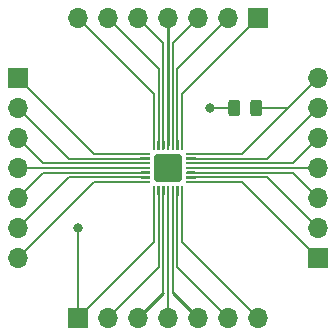
<source format=gbr>
G04 #@! TF.GenerationSoftware,KiCad,Pcbnew,5.1.4+dfsg1-1*
G04 #@! TF.CreationDate,2020-05-14T03:41:50+02:00*
G04 #@! TF.ProjectId,qfn28-breakout,71666e32-382d-4627-9265-616b6f75742e,rev?*
G04 #@! TF.SameCoordinates,Original*
G04 #@! TF.FileFunction,Copper,L1,Top*
G04 #@! TF.FilePolarity,Positive*
%FSLAX46Y46*%
G04 Gerber Fmt 4.6, Leading zero omitted, Abs format (unit mm)*
G04 Created by KiCad (PCBNEW 5.1.4+dfsg1-1) date 2020-05-14 03:41:50*
%MOMM*%
%LPD*%
G04 APERTURE LIST*
%ADD10C,0.100000*%
%ADD11C,0.200000*%
%ADD12C,0.500000*%
%ADD13C,2.300000*%
%ADD14C,0.975000*%
%ADD15O,1.700000X1.700000*%
%ADD16R,1.700000X1.700000*%
%ADD17C,0.800000*%
%ADD18C,0.152400*%
%ADD19C,0.250000*%
G04 APERTURE END LIST*
D10*
G36*
X80134901Y662749759D02*
G01*
X80139755Y662749039D01*
X80144514Y662747847D01*
X80149134Y662746194D01*
X80153570Y662744096D01*
X80157779Y662741573D01*
X80161720Y662738651D01*
X80165355Y662735355D01*
X80168651Y662731720D01*
X80171573Y662727779D01*
X80174096Y662723570D01*
X80176194Y662719134D01*
X80177847Y662714514D01*
X80179039Y662709755D01*
X80179759Y662704901D01*
X80180000Y662700000D01*
X80180000Y661975000D01*
X80179759Y661970099D01*
X80179039Y661965245D01*
X80177847Y661960486D01*
X80176194Y661955866D01*
X80174096Y661951430D01*
X80171573Y661947221D01*
X80168651Y661943280D01*
X80165355Y661939645D01*
X80161720Y661936349D01*
X80157779Y661933427D01*
X80153570Y661930904D01*
X80149134Y661928806D01*
X80144514Y661927153D01*
X80139755Y661925961D01*
X80134901Y661925241D01*
X80130000Y661925000D01*
X80030000Y661925000D01*
X80025099Y661925241D01*
X80020245Y661925961D01*
X80015486Y661927153D01*
X80010866Y661928806D01*
X80006430Y661930904D01*
X80002221Y661933427D01*
X79998280Y661936349D01*
X79994645Y661939645D01*
X79991349Y661943280D01*
X79988427Y661947221D01*
X79985904Y661951430D01*
X79983806Y661955866D01*
X79982153Y661960486D01*
X79980961Y661965245D01*
X79980241Y661970099D01*
X79980000Y661975000D01*
X79980000Y662700000D01*
X79980241Y662704901D01*
X79980961Y662709755D01*
X79982153Y662714514D01*
X79983806Y662719134D01*
X79985904Y662723570D01*
X79988427Y662727779D01*
X79991349Y662731720D01*
X79994645Y662735355D01*
X79998280Y662738651D01*
X80002221Y662741573D01*
X80006430Y662744096D01*
X80010866Y662746194D01*
X80015486Y662747847D01*
X80020245Y662749039D01*
X80025099Y662749759D01*
X80030000Y662750000D01*
X80130000Y662750000D01*
X80134901Y662749759D01*
X80134901Y662749759D01*
G37*
D11*
X80080000Y662337500D03*
D10*
G36*
X80534901Y662749759D02*
G01*
X80539755Y662749039D01*
X80544514Y662747847D01*
X80549134Y662746194D01*
X80553570Y662744096D01*
X80557779Y662741573D01*
X80561720Y662738651D01*
X80565355Y662735355D01*
X80568651Y662731720D01*
X80571573Y662727779D01*
X80574096Y662723570D01*
X80576194Y662719134D01*
X80577847Y662714514D01*
X80579039Y662709755D01*
X80579759Y662704901D01*
X80580000Y662700000D01*
X80580000Y661975000D01*
X80579759Y661970099D01*
X80579039Y661965245D01*
X80577847Y661960486D01*
X80576194Y661955866D01*
X80574096Y661951430D01*
X80571573Y661947221D01*
X80568651Y661943280D01*
X80565355Y661939645D01*
X80561720Y661936349D01*
X80557779Y661933427D01*
X80553570Y661930904D01*
X80549134Y661928806D01*
X80544514Y661927153D01*
X80539755Y661925961D01*
X80534901Y661925241D01*
X80530000Y661925000D01*
X80430000Y661925000D01*
X80425099Y661925241D01*
X80420245Y661925961D01*
X80415486Y661927153D01*
X80410866Y661928806D01*
X80406430Y661930904D01*
X80402221Y661933427D01*
X80398280Y661936349D01*
X80394645Y661939645D01*
X80391349Y661943280D01*
X80388427Y661947221D01*
X80385904Y661951430D01*
X80383806Y661955866D01*
X80382153Y661960486D01*
X80380961Y661965245D01*
X80380241Y661970099D01*
X80380000Y661975000D01*
X80380000Y662700000D01*
X80380241Y662704901D01*
X80380961Y662709755D01*
X80382153Y662714514D01*
X80383806Y662719134D01*
X80385904Y662723570D01*
X80388427Y662727779D01*
X80391349Y662731720D01*
X80394645Y662735355D01*
X80398280Y662738651D01*
X80402221Y662741573D01*
X80406430Y662744096D01*
X80410866Y662746194D01*
X80415486Y662747847D01*
X80420245Y662749039D01*
X80425099Y662749759D01*
X80430000Y662750000D01*
X80530000Y662750000D01*
X80534901Y662749759D01*
X80534901Y662749759D01*
G37*
D11*
X80480000Y662337500D03*
D10*
G36*
X80934901Y662749759D02*
G01*
X80939755Y662749039D01*
X80944514Y662747847D01*
X80949134Y662746194D01*
X80953570Y662744096D01*
X80957779Y662741573D01*
X80961720Y662738651D01*
X80965355Y662735355D01*
X80968651Y662731720D01*
X80971573Y662727779D01*
X80974096Y662723570D01*
X80976194Y662719134D01*
X80977847Y662714514D01*
X80979039Y662709755D01*
X80979759Y662704901D01*
X80980000Y662700000D01*
X80980000Y661975000D01*
X80979759Y661970099D01*
X80979039Y661965245D01*
X80977847Y661960486D01*
X80976194Y661955866D01*
X80974096Y661951430D01*
X80971573Y661947221D01*
X80968651Y661943280D01*
X80965355Y661939645D01*
X80961720Y661936349D01*
X80957779Y661933427D01*
X80953570Y661930904D01*
X80949134Y661928806D01*
X80944514Y661927153D01*
X80939755Y661925961D01*
X80934901Y661925241D01*
X80930000Y661925000D01*
X80830000Y661925000D01*
X80825099Y661925241D01*
X80820245Y661925961D01*
X80815486Y661927153D01*
X80810866Y661928806D01*
X80806430Y661930904D01*
X80802221Y661933427D01*
X80798280Y661936349D01*
X80794645Y661939645D01*
X80791349Y661943280D01*
X80788427Y661947221D01*
X80785904Y661951430D01*
X80783806Y661955866D01*
X80782153Y661960486D01*
X80780961Y661965245D01*
X80780241Y661970099D01*
X80780000Y661975000D01*
X80780000Y662700000D01*
X80780241Y662704901D01*
X80780961Y662709755D01*
X80782153Y662714514D01*
X80783806Y662719134D01*
X80785904Y662723570D01*
X80788427Y662727779D01*
X80791349Y662731720D01*
X80794645Y662735355D01*
X80798280Y662738651D01*
X80802221Y662741573D01*
X80806430Y662744096D01*
X80810866Y662746194D01*
X80815486Y662747847D01*
X80820245Y662749039D01*
X80825099Y662749759D01*
X80830000Y662750000D01*
X80930000Y662750000D01*
X80934901Y662749759D01*
X80934901Y662749759D01*
G37*
D11*
X80880000Y662337500D03*
D10*
G36*
X81334901Y662749759D02*
G01*
X81339755Y662749039D01*
X81344514Y662747847D01*
X81349134Y662746194D01*
X81353570Y662744096D01*
X81357779Y662741573D01*
X81361720Y662738651D01*
X81365355Y662735355D01*
X81368651Y662731720D01*
X81371573Y662727779D01*
X81374096Y662723570D01*
X81376194Y662719134D01*
X81377847Y662714514D01*
X81379039Y662709755D01*
X81379759Y662704901D01*
X81380000Y662700000D01*
X81380000Y661975000D01*
X81379759Y661970099D01*
X81379039Y661965245D01*
X81377847Y661960486D01*
X81376194Y661955866D01*
X81374096Y661951430D01*
X81371573Y661947221D01*
X81368651Y661943280D01*
X81365355Y661939645D01*
X81361720Y661936349D01*
X81357779Y661933427D01*
X81353570Y661930904D01*
X81349134Y661928806D01*
X81344514Y661927153D01*
X81339755Y661925961D01*
X81334901Y661925241D01*
X81330000Y661925000D01*
X81230000Y661925000D01*
X81225099Y661925241D01*
X81220245Y661925961D01*
X81215486Y661927153D01*
X81210866Y661928806D01*
X81206430Y661930904D01*
X81202221Y661933427D01*
X81198280Y661936349D01*
X81194645Y661939645D01*
X81191349Y661943280D01*
X81188427Y661947221D01*
X81185904Y661951430D01*
X81183806Y661955866D01*
X81182153Y661960486D01*
X81180961Y661965245D01*
X81180241Y661970099D01*
X81180000Y661975000D01*
X81180000Y662700000D01*
X81180241Y662704901D01*
X81180961Y662709755D01*
X81182153Y662714514D01*
X81183806Y662719134D01*
X81185904Y662723570D01*
X81188427Y662727779D01*
X81191349Y662731720D01*
X81194645Y662735355D01*
X81198280Y662738651D01*
X81202221Y662741573D01*
X81206430Y662744096D01*
X81210866Y662746194D01*
X81215486Y662747847D01*
X81220245Y662749039D01*
X81225099Y662749759D01*
X81230000Y662750000D01*
X81330000Y662750000D01*
X81334901Y662749759D01*
X81334901Y662749759D01*
G37*
D11*
X81280000Y662337500D03*
D10*
G36*
X81734901Y662749759D02*
G01*
X81739755Y662749039D01*
X81744514Y662747847D01*
X81749134Y662746194D01*
X81753570Y662744096D01*
X81757779Y662741573D01*
X81761720Y662738651D01*
X81765355Y662735355D01*
X81768651Y662731720D01*
X81771573Y662727779D01*
X81774096Y662723570D01*
X81776194Y662719134D01*
X81777847Y662714514D01*
X81779039Y662709755D01*
X81779759Y662704901D01*
X81780000Y662700000D01*
X81780000Y661975000D01*
X81779759Y661970099D01*
X81779039Y661965245D01*
X81777847Y661960486D01*
X81776194Y661955866D01*
X81774096Y661951430D01*
X81771573Y661947221D01*
X81768651Y661943280D01*
X81765355Y661939645D01*
X81761720Y661936349D01*
X81757779Y661933427D01*
X81753570Y661930904D01*
X81749134Y661928806D01*
X81744514Y661927153D01*
X81739755Y661925961D01*
X81734901Y661925241D01*
X81730000Y661925000D01*
X81630000Y661925000D01*
X81625099Y661925241D01*
X81620245Y661925961D01*
X81615486Y661927153D01*
X81610866Y661928806D01*
X81606430Y661930904D01*
X81602221Y661933427D01*
X81598280Y661936349D01*
X81594645Y661939645D01*
X81591349Y661943280D01*
X81588427Y661947221D01*
X81585904Y661951430D01*
X81583806Y661955866D01*
X81582153Y661960486D01*
X81580961Y661965245D01*
X81580241Y661970099D01*
X81580000Y661975000D01*
X81580000Y662700000D01*
X81580241Y662704901D01*
X81580961Y662709755D01*
X81582153Y662714514D01*
X81583806Y662719134D01*
X81585904Y662723570D01*
X81588427Y662727779D01*
X81591349Y662731720D01*
X81594645Y662735355D01*
X81598280Y662738651D01*
X81602221Y662741573D01*
X81606430Y662744096D01*
X81610866Y662746194D01*
X81615486Y662747847D01*
X81620245Y662749039D01*
X81625099Y662749759D01*
X81630000Y662750000D01*
X81730000Y662750000D01*
X81734901Y662749759D01*
X81734901Y662749759D01*
G37*
D11*
X81680000Y662337500D03*
D10*
G36*
X82134901Y662749759D02*
G01*
X82139755Y662749039D01*
X82144514Y662747847D01*
X82149134Y662746194D01*
X82153570Y662744096D01*
X82157779Y662741573D01*
X82161720Y662738651D01*
X82165355Y662735355D01*
X82168651Y662731720D01*
X82171573Y662727779D01*
X82174096Y662723570D01*
X82176194Y662719134D01*
X82177847Y662714514D01*
X82179039Y662709755D01*
X82179759Y662704901D01*
X82180000Y662700000D01*
X82180000Y661975000D01*
X82179759Y661970099D01*
X82179039Y661965245D01*
X82177847Y661960486D01*
X82176194Y661955866D01*
X82174096Y661951430D01*
X82171573Y661947221D01*
X82168651Y661943280D01*
X82165355Y661939645D01*
X82161720Y661936349D01*
X82157779Y661933427D01*
X82153570Y661930904D01*
X82149134Y661928806D01*
X82144514Y661927153D01*
X82139755Y661925961D01*
X82134901Y661925241D01*
X82130000Y661925000D01*
X82030000Y661925000D01*
X82025099Y661925241D01*
X82020245Y661925961D01*
X82015486Y661927153D01*
X82010866Y661928806D01*
X82006430Y661930904D01*
X82002221Y661933427D01*
X81998280Y661936349D01*
X81994645Y661939645D01*
X81991349Y661943280D01*
X81988427Y661947221D01*
X81985904Y661951430D01*
X81983806Y661955866D01*
X81982153Y661960486D01*
X81980961Y661965245D01*
X81980241Y661970099D01*
X81980000Y661975000D01*
X81980000Y662700000D01*
X81980241Y662704901D01*
X81980961Y662709755D01*
X81982153Y662714514D01*
X81983806Y662719134D01*
X81985904Y662723570D01*
X81988427Y662727779D01*
X81991349Y662731720D01*
X81994645Y662735355D01*
X81998280Y662738651D01*
X82002221Y662741573D01*
X82006430Y662744096D01*
X82010866Y662746194D01*
X82015486Y662747847D01*
X82020245Y662749039D01*
X82025099Y662749759D01*
X82030000Y662750000D01*
X82130000Y662750000D01*
X82134901Y662749759D01*
X82134901Y662749759D01*
G37*
D11*
X82080000Y662337500D03*
D10*
G36*
X82534901Y662749759D02*
G01*
X82539755Y662749039D01*
X82544514Y662747847D01*
X82549134Y662746194D01*
X82553570Y662744096D01*
X82557779Y662741573D01*
X82561720Y662738651D01*
X82565355Y662735355D01*
X82568651Y662731720D01*
X82571573Y662727779D01*
X82574096Y662723570D01*
X82576194Y662719134D01*
X82577847Y662714514D01*
X82579039Y662709755D01*
X82579759Y662704901D01*
X82580000Y662700000D01*
X82580000Y661975000D01*
X82579759Y661970099D01*
X82579039Y661965245D01*
X82577847Y661960486D01*
X82576194Y661955866D01*
X82574096Y661951430D01*
X82571573Y661947221D01*
X82568651Y661943280D01*
X82565355Y661939645D01*
X82561720Y661936349D01*
X82557779Y661933427D01*
X82553570Y661930904D01*
X82549134Y661928806D01*
X82544514Y661927153D01*
X82539755Y661925961D01*
X82534901Y661925241D01*
X82530000Y661925000D01*
X82430000Y661925000D01*
X82425099Y661925241D01*
X82420245Y661925961D01*
X82415486Y661927153D01*
X82410866Y661928806D01*
X82406430Y661930904D01*
X82402221Y661933427D01*
X82398280Y661936349D01*
X82394645Y661939645D01*
X82391349Y661943280D01*
X82388427Y661947221D01*
X82385904Y661951430D01*
X82383806Y661955866D01*
X82382153Y661960486D01*
X82380961Y661965245D01*
X82380241Y661970099D01*
X82380000Y661975000D01*
X82380000Y662700000D01*
X82380241Y662704901D01*
X82380961Y662709755D01*
X82382153Y662714514D01*
X82383806Y662719134D01*
X82385904Y662723570D01*
X82388427Y662727779D01*
X82391349Y662731720D01*
X82394645Y662735355D01*
X82398280Y662738651D01*
X82402221Y662741573D01*
X82406430Y662744096D01*
X82410866Y662746194D01*
X82415486Y662747847D01*
X82420245Y662749039D01*
X82425099Y662749759D01*
X82430000Y662750000D01*
X82530000Y662750000D01*
X82534901Y662749759D01*
X82534901Y662749759D01*
G37*
D11*
X82480000Y662337500D03*
D10*
G36*
X83584901Y661699759D02*
G01*
X83589755Y661699039D01*
X83594514Y661697847D01*
X83599134Y661696194D01*
X83603570Y661694096D01*
X83607779Y661691573D01*
X83611720Y661688651D01*
X83615355Y661685355D01*
X83618651Y661681720D01*
X83621573Y661677779D01*
X83624096Y661673570D01*
X83626194Y661669134D01*
X83627847Y661664514D01*
X83629039Y661659755D01*
X83629759Y661654901D01*
X83630000Y661650000D01*
X83630000Y661550000D01*
X83629759Y661545099D01*
X83629039Y661540245D01*
X83627847Y661535486D01*
X83626194Y661530866D01*
X83624096Y661526430D01*
X83621573Y661522221D01*
X83618651Y661518280D01*
X83615355Y661514645D01*
X83611720Y661511349D01*
X83607779Y661508427D01*
X83603570Y661505904D01*
X83599134Y661503806D01*
X83594514Y661502153D01*
X83589755Y661500961D01*
X83584901Y661500241D01*
X83580000Y661500000D01*
X82855000Y661500000D01*
X82850099Y661500241D01*
X82845245Y661500961D01*
X82840486Y661502153D01*
X82835866Y661503806D01*
X82831430Y661505904D01*
X82827221Y661508427D01*
X82823280Y661511349D01*
X82819645Y661514645D01*
X82816349Y661518280D01*
X82813427Y661522221D01*
X82810904Y661526430D01*
X82808806Y661530866D01*
X82807153Y661535486D01*
X82805961Y661540245D01*
X82805241Y661545099D01*
X82805000Y661550000D01*
X82805000Y661650000D01*
X82805241Y661654901D01*
X82805961Y661659755D01*
X82807153Y661664514D01*
X82808806Y661669134D01*
X82810904Y661673570D01*
X82813427Y661677779D01*
X82816349Y661681720D01*
X82819645Y661685355D01*
X82823280Y661688651D01*
X82827221Y661691573D01*
X82831430Y661694096D01*
X82835866Y661696194D01*
X82840486Y661697847D01*
X82845245Y661699039D01*
X82850099Y661699759D01*
X82855000Y661700000D01*
X83580000Y661700000D01*
X83584901Y661699759D01*
X83584901Y661699759D01*
G37*
D11*
X83217500Y661600000D03*
D10*
G36*
X83584901Y661299759D02*
G01*
X83589755Y661299039D01*
X83594514Y661297847D01*
X83599134Y661296194D01*
X83603570Y661294096D01*
X83607779Y661291573D01*
X83611720Y661288651D01*
X83615355Y661285355D01*
X83618651Y661281720D01*
X83621573Y661277779D01*
X83624096Y661273570D01*
X83626194Y661269134D01*
X83627847Y661264514D01*
X83629039Y661259755D01*
X83629759Y661254901D01*
X83630000Y661250000D01*
X83630000Y661150000D01*
X83629759Y661145099D01*
X83629039Y661140245D01*
X83627847Y661135486D01*
X83626194Y661130866D01*
X83624096Y661126430D01*
X83621573Y661122221D01*
X83618651Y661118280D01*
X83615355Y661114645D01*
X83611720Y661111349D01*
X83607779Y661108427D01*
X83603570Y661105904D01*
X83599134Y661103806D01*
X83594514Y661102153D01*
X83589755Y661100961D01*
X83584901Y661100241D01*
X83580000Y661100000D01*
X82855000Y661100000D01*
X82850099Y661100241D01*
X82845245Y661100961D01*
X82840486Y661102153D01*
X82835866Y661103806D01*
X82831430Y661105904D01*
X82827221Y661108427D01*
X82823280Y661111349D01*
X82819645Y661114645D01*
X82816349Y661118280D01*
X82813427Y661122221D01*
X82810904Y661126430D01*
X82808806Y661130866D01*
X82807153Y661135486D01*
X82805961Y661140245D01*
X82805241Y661145099D01*
X82805000Y661150000D01*
X82805000Y661250000D01*
X82805241Y661254901D01*
X82805961Y661259755D01*
X82807153Y661264514D01*
X82808806Y661269134D01*
X82810904Y661273570D01*
X82813427Y661277779D01*
X82816349Y661281720D01*
X82819645Y661285355D01*
X82823280Y661288651D01*
X82827221Y661291573D01*
X82831430Y661294096D01*
X82835866Y661296194D01*
X82840486Y661297847D01*
X82845245Y661299039D01*
X82850099Y661299759D01*
X82855000Y661300000D01*
X83580000Y661300000D01*
X83584901Y661299759D01*
X83584901Y661299759D01*
G37*
D11*
X83217500Y661200000D03*
D10*
G36*
X83584901Y660899759D02*
G01*
X83589755Y660899039D01*
X83594514Y660897847D01*
X83599134Y660896194D01*
X83603570Y660894096D01*
X83607779Y660891573D01*
X83611720Y660888651D01*
X83615355Y660885355D01*
X83618651Y660881720D01*
X83621573Y660877779D01*
X83624096Y660873570D01*
X83626194Y660869134D01*
X83627847Y660864514D01*
X83629039Y660859755D01*
X83629759Y660854901D01*
X83630000Y660850000D01*
X83630000Y660750000D01*
X83629759Y660745099D01*
X83629039Y660740245D01*
X83627847Y660735486D01*
X83626194Y660730866D01*
X83624096Y660726430D01*
X83621573Y660722221D01*
X83618651Y660718280D01*
X83615355Y660714645D01*
X83611720Y660711349D01*
X83607779Y660708427D01*
X83603570Y660705904D01*
X83599134Y660703806D01*
X83594514Y660702153D01*
X83589755Y660700961D01*
X83584901Y660700241D01*
X83580000Y660700000D01*
X82855000Y660700000D01*
X82850099Y660700241D01*
X82845245Y660700961D01*
X82840486Y660702153D01*
X82835866Y660703806D01*
X82831430Y660705904D01*
X82827221Y660708427D01*
X82823280Y660711349D01*
X82819645Y660714645D01*
X82816349Y660718280D01*
X82813427Y660722221D01*
X82810904Y660726430D01*
X82808806Y660730866D01*
X82807153Y660735486D01*
X82805961Y660740245D01*
X82805241Y660745099D01*
X82805000Y660750000D01*
X82805000Y660850000D01*
X82805241Y660854901D01*
X82805961Y660859755D01*
X82807153Y660864514D01*
X82808806Y660869134D01*
X82810904Y660873570D01*
X82813427Y660877779D01*
X82816349Y660881720D01*
X82819645Y660885355D01*
X82823280Y660888651D01*
X82827221Y660891573D01*
X82831430Y660894096D01*
X82835866Y660896194D01*
X82840486Y660897847D01*
X82845245Y660899039D01*
X82850099Y660899759D01*
X82855000Y660900000D01*
X83580000Y660900000D01*
X83584901Y660899759D01*
X83584901Y660899759D01*
G37*
D11*
X83217500Y660800000D03*
D10*
G36*
X83584901Y660499759D02*
G01*
X83589755Y660499039D01*
X83594514Y660497847D01*
X83599134Y660496194D01*
X83603570Y660494096D01*
X83607779Y660491573D01*
X83611720Y660488651D01*
X83615355Y660485355D01*
X83618651Y660481720D01*
X83621573Y660477779D01*
X83624096Y660473570D01*
X83626194Y660469134D01*
X83627847Y660464514D01*
X83629039Y660459755D01*
X83629759Y660454901D01*
X83630000Y660450000D01*
X83630000Y660350000D01*
X83629759Y660345099D01*
X83629039Y660340245D01*
X83627847Y660335486D01*
X83626194Y660330866D01*
X83624096Y660326430D01*
X83621573Y660322221D01*
X83618651Y660318280D01*
X83615355Y660314645D01*
X83611720Y660311349D01*
X83607779Y660308427D01*
X83603570Y660305904D01*
X83599134Y660303806D01*
X83594514Y660302153D01*
X83589755Y660300961D01*
X83584901Y660300241D01*
X83580000Y660300000D01*
X82855000Y660300000D01*
X82850099Y660300241D01*
X82845245Y660300961D01*
X82840486Y660302153D01*
X82835866Y660303806D01*
X82831430Y660305904D01*
X82827221Y660308427D01*
X82823280Y660311349D01*
X82819645Y660314645D01*
X82816349Y660318280D01*
X82813427Y660322221D01*
X82810904Y660326430D01*
X82808806Y660330866D01*
X82807153Y660335486D01*
X82805961Y660340245D01*
X82805241Y660345099D01*
X82805000Y660350000D01*
X82805000Y660450000D01*
X82805241Y660454901D01*
X82805961Y660459755D01*
X82807153Y660464514D01*
X82808806Y660469134D01*
X82810904Y660473570D01*
X82813427Y660477779D01*
X82816349Y660481720D01*
X82819645Y660485355D01*
X82823280Y660488651D01*
X82827221Y660491573D01*
X82831430Y660494096D01*
X82835866Y660496194D01*
X82840486Y660497847D01*
X82845245Y660499039D01*
X82850099Y660499759D01*
X82855000Y660500000D01*
X83580000Y660500000D01*
X83584901Y660499759D01*
X83584901Y660499759D01*
G37*
D11*
X83217500Y660400000D03*
D10*
G36*
X83584901Y660099759D02*
G01*
X83589755Y660099039D01*
X83594514Y660097847D01*
X83599134Y660096194D01*
X83603570Y660094096D01*
X83607779Y660091573D01*
X83611720Y660088651D01*
X83615355Y660085355D01*
X83618651Y660081720D01*
X83621573Y660077779D01*
X83624096Y660073570D01*
X83626194Y660069134D01*
X83627847Y660064514D01*
X83629039Y660059755D01*
X83629759Y660054901D01*
X83630000Y660050000D01*
X83630000Y659950000D01*
X83629759Y659945099D01*
X83629039Y659940245D01*
X83627847Y659935486D01*
X83626194Y659930866D01*
X83624096Y659926430D01*
X83621573Y659922221D01*
X83618651Y659918280D01*
X83615355Y659914645D01*
X83611720Y659911349D01*
X83607779Y659908427D01*
X83603570Y659905904D01*
X83599134Y659903806D01*
X83594514Y659902153D01*
X83589755Y659900961D01*
X83584901Y659900241D01*
X83580000Y659900000D01*
X82855000Y659900000D01*
X82850099Y659900241D01*
X82845245Y659900961D01*
X82840486Y659902153D01*
X82835866Y659903806D01*
X82831430Y659905904D01*
X82827221Y659908427D01*
X82823280Y659911349D01*
X82819645Y659914645D01*
X82816349Y659918280D01*
X82813427Y659922221D01*
X82810904Y659926430D01*
X82808806Y659930866D01*
X82807153Y659935486D01*
X82805961Y659940245D01*
X82805241Y659945099D01*
X82805000Y659950000D01*
X82805000Y660050000D01*
X82805241Y660054901D01*
X82805961Y660059755D01*
X82807153Y660064514D01*
X82808806Y660069134D01*
X82810904Y660073570D01*
X82813427Y660077779D01*
X82816349Y660081720D01*
X82819645Y660085355D01*
X82823280Y660088651D01*
X82827221Y660091573D01*
X82831430Y660094096D01*
X82835866Y660096194D01*
X82840486Y660097847D01*
X82845245Y660099039D01*
X82850099Y660099759D01*
X82855000Y660100000D01*
X83580000Y660100000D01*
X83584901Y660099759D01*
X83584901Y660099759D01*
G37*
D11*
X83217500Y660000000D03*
D10*
G36*
X83584901Y659699759D02*
G01*
X83589755Y659699039D01*
X83594514Y659697847D01*
X83599134Y659696194D01*
X83603570Y659694096D01*
X83607779Y659691573D01*
X83611720Y659688651D01*
X83615355Y659685355D01*
X83618651Y659681720D01*
X83621573Y659677779D01*
X83624096Y659673570D01*
X83626194Y659669134D01*
X83627847Y659664514D01*
X83629039Y659659755D01*
X83629759Y659654901D01*
X83630000Y659650000D01*
X83630000Y659550000D01*
X83629759Y659545099D01*
X83629039Y659540245D01*
X83627847Y659535486D01*
X83626194Y659530866D01*
X83624096Y659526430D01*
X83621573Y659522221D01*
X83618651Y659518280D01*
X83615355Y659514645D01*
X83611720Y659511349D01*
X83607779Y659508427D01*
X83603570Y659505904D01*
X83599134Y659503806D01*
X83594514Y659502153D01*
X83589755Y659500961D01*
X83584901Y659500241D01*
X83580000Y659500000D01*
X82855000Y659500000D01*
X82850099Y659500241D01*
X82845245Y659500961D01*
X82840486Y659502153D01*
X82835866Y659503806D01*
X82831430Y659505904D01*
X82827221Y659508427D01*
X82823280Y659511349D01*
X82819645Y659514645D01*
X82816349Y659518280D01*
X82813427Y659522221D01*
X82810904Y659526430D01*
X82808806Y659530866D01*
X82807153Y659535486D01*
X82805961Y659540245D01*
X82805241Y659545099D01*
X82805000Y659550000D01*
X82805000Y659650000D01*
X82805241Y659654901D01*
X82805961Y659659755D01*
X82807153Y659664514D01*
X82808806Y659669134D01*
X82810904Y659673570D01*
X82813427Y659677779D01*
X82816349Y659681720D01*
X82819645Y659685355D01*
X82823280Y659688651D01*
X82827221Y659691573D01*
X82831430Y659694096D01*
X82835866Y659696194D01*
X82840486Y659697847D01*
X82845245Y659699039D01*
X82850099Y659699759D01*
X82855000Y659700000D01*
X83580000Y659700000D01*
X83584901Y659699759D01*
X83584901Y659699759D01*
G37*
D11*
X83217500Y659600000D03*
D10*
G36*
X83584901Y659299759D02*
G01*
X83589755Y659299039D01*
X83594514Y659297847D01*
X83599134Y659296194D01*
X83603570Y659294096D01*
X83607779Y659291573D01*
X83611720Y659288651D01*
X83615355Y659285355D01*
X83618651Y659281720D01*
X83621573Y659277779D01*
X83624096Y659273570D01*
X83626194Y659269134D01*
X83627847Y659264514D01*
X83629039Y659259755D01*
X83629759Y659254901D01*
X83630000Y659250000D01*
X83630000Y659150000D01*
X83629759Y659145099D01*
X83629039Y659140245D01*
X83627847Y659135486D01*
X83626194Y659130866D01*
X83624096Y659126430D01*
X83621573Y659122221D01*
X83618651Y659118280D01*
X83615355Y659114645D01*
X83611720Y659111349D01*
X83607779Y659108427D01*
X83603570Y659105904D01*
X83599134Y659103806D01*
X83594514Y659102153D01*
X83589755Y659100961D01*
X83584901Y659100241D01*
X83580000Y659100000D01*
X82855000Y659100000D01*
X82850099Y659100241D01*
X82845245Y659100961D01*
X82840486Y659102153D01*
X82835866Y659103806D01*
X82831430Y659105904D01*
X82827221Y659108427D01*
X82823280Y659111349D01*
X82819645Y659114645D01*
X82816349Y659118280D01*
X82813427Y659122221D01*
X82810904Y659126430D01*
X82808806Y659130866D01*
X82807153Y659135486D01*
X82805961Y659140245D01*
X82805241Y659145099D01*
X82805000Y659150000D01*
X82805000Y659250000D01*
X82805241Y659254901D01*
X82805961Y659259755D01*
X82807153Y659264514D01*
X82808806Y659269134D01*
X82810904Y659273570D01*
X82813427Y659277779D01*
X82816349Y659281720D01*
X82819645Y659285355D01*
X82823280Y659288651D01*
X82827221Y659291573D01*
X82831430Y659294096D01*
X82835866Y659296194D01*
X82840486Y659297847D01*
X82845245Y659299039D01*
X82850099Y659299759D01*
X82855000Y659300000D01*
X83580000Y659300000D01*
X83584901Y659299759D01*
X83584901Y659299759D01*
G37*
D11*
X83217500Y659200000D03*
D10*
G36*
X82534901Y658874759D02*
G01*
X82539755Y658874039D01*
X82544514Y658872847D01*
X82549134Y658871194D01*
X82553570Y658869096D01*
X82557779Y658866573D01*
X82561720Y658863651D01*
X82565355Y658860355D01*
X82568651Y658856720D01*
X82571573Y658852779D01*
X82574096Y658848570D01*
X82576194Y658844134D01*
X82577847Y658839514D01*
X82579039Y658834755D01*
X82579759Y658829901D01*
X82580000Y658825000D01*
X82580000Y658100000D01*
X82579759Y658095099D01*
X82579039Y658090245D01*
X82577847Y658085486D01*
X82576194Y658080866D01*
X82574096Y658076430D01*
X82571573Y658072221D01*
X82568651Y658068280D01*
X82565355Y658064645D01*
X82561720Y658061349D01*
X82557779Y658058427D01*
X82553570Y658055904D01*
X82549134Y658053806D01*
X82544514Y658052153D01*
X82539755Y658050961D01*
X82534901Y658050241D01*
X82530000Y658050000D01*
X82430000Y658050000D01*
X82425099Y658050241D01*
X82420245Y658050961D01*
X82415486Y658052153D01*
X82410866Y658053806D01*
X82406430Y658055904D01*
X82402221Y658058427D01*
X82398280Y658061349D01*
X82394645Y658064645D01*
X82391349Y658068280D01*
X82388427Y658072221D01*
X82385904Y658076430D01*
X82383806Y658080866D01*
X82382153Y658085486D01*
X82380961Y658090245D01*
X82380241Y658095099D01*
X82380000Y658100000D01*
X82380000Y658825000D01*
X82380241Y658829901D01*
X82380961Y658834755D01*
X82382153Y658839514D01*
X82383806Y658844134D01*
X82385904Y658848570D01*
X82388427Y658852779D01*
X82391349Y658856720D01*
X82394645Y658860355D01*
X82398280Y658863651D01*
X82402221Y658866573D01*
X82406430Y658869096D01*
X82410866Y658871194D01*
X82415486Y658872847D01*
X82420245Y658874039D01*
X82425099Y658874759D01*
X82430000Y658875000D01*
X82530000Y658875000D01*
X82534901Y658874759D01*
X82534901Y658874759D01*
G37*
D11*
X82480000Y658462500D03*
D10*
G36*
X82134901Y658874759D02*
G01*
X82139755Y658874039D01*
X82144514Y658872847D01*
X82149134Y658871194D01*
X82153570Y658869096D01*
X82157779Y658866573D01*
X82161720Y658863651D01*
X82165355Y658860355D01*
X82168651Y658856720D01*
X82171573Y658852779D01*
X82174096Y658848570D01*
X82176194Y658844134D01*
X82177847Y658839514D01*
X82179039Y658834755D01*
X82179759Y658829901D01*
X82180000Y658825000D01*
X82180000Y658100000D01*
X82179759Y658095099D01*
X82179039Y658090245D01*
X82177847Y658085486D01*
X82176194Y658080866D01*
X82174096Y658076430D01*
X82171573Y658072221D01*
X82168651Y658068280D01*
X82165355Y658064645D01*
X82161720Y658061349D01*
X82157779Y658058427D01*
X82153570Y658055904D01*
X82149134Y658053806D01*
X82144514Y658052153D01*
X82139755Y658050961D01*
X82134901Y658050241D01*
X82130000Y658050000D01*
X82030000Y658050000D01*
X82025099Y658050241D01*
X82020245Y658050961D01*
X82015486Y658052153D01*
X82010866Y658053806D01*
X82006430Y658055904D01*
X82002221Y658058427D01*
X81998280Y658061349D01*
X81994645Y658064645D01*
X81991349Y658068280D01*
X81988427Y658072221D01*
X81985904Y658076430D01*
X81983806Y658080866D01*
X81982153Y658085486D01*
X81980961Y658090245D01*
X81980241Y658095099D01*
X81980000Y658100000D01*
X81980000Y658825000D01*
X81980241Y658829901D01*
X81980961Y658834755D01*
X81982153Y658839514D01*
X81983806Y658844134D01*
X81985904Y658848570D01*
X81988427Y658852779D01*
X81991349Y658856720D01*
X81994645Y658860355D01*
X81998280Y658863651D01*
X82002221Y658866573D01*
X82006430Y658869096D01*
X82010866Y658871194D01*
X82015486Y658872847D01*
X82020245Y658874039D01*
X82025099Y658874759D01*
X82030000Y658875000D01*
X82130000Y658875000D01*
X82134901Y658874759D01*
X82134901Y658874759D01*
G37*
D11*
X82080000Y658462500D03*
D10*
G36*
X81734901Y658874759D02*
G01*
X81739755Y658874039D01*
X81744514Y658872847D01*
X81749134Y658871194D01*
X81753570Y658869096D01*
X81757779Y658866573D01*
X81761720Y658863651D01*
X81765355Y658860355D01*
X81768651Y658856720D01*
X81771573Y658852779D01*
X81774096Y658848570D01*
X81776194Y658844134D01*
X81777847Y658839514D01*
X81779039Y658834755D01*
X81779759Y658829901D01*
X81780000Y658825000D01*
X81780000Y658100000D01*
X81779759Y658095099D01*
X81779039Y658090245D01*
X81777847Y658085486D01*
X81776194Y658080866D01*
X81774096Y658076430D01*
X81771573Y658072221D01*
X81768651Y658068280D01*
X81765355Y658064645D01*
X81761720Y658061349D01*
X81757779Y658058427D01*
X81753570Y658055904D01*
X81749134Y658053806D01*
X81744514Y658052153D01*
X81739755Y658050961D01*
X81734901Y658050241D01*
X81730000Y658050000D01*
X81630000Y658050000D01*
X81625099Y658050241D01*
X81620245Y658050961D01*
X81615486Y658052153D01*
X81610866Y658053806D01*
X81606430Y658055904D01*
X81602221Y658058427D01*
X81598280Y658061349D01*
X81594645Y658064645D01*
X81591349Y658068280D01*
X81588427Y658072221D01*
X81585904Y658076430D01*
X81583806Y658080866D01*
X81582153Y658085486D01*
X81580961Y658090245D01*
X81580241Y658095099D01*
X81580000Y658100000D01*
X81580000Y658825000D01*
X81580241Y658829901D01*
X81580961Y658834755D01*
X81582153Y658839514D01*
X81583806Y658844134D01*
X81585904Y658848570D01*
X81588427Y658852779D01*
X81591349Y658856720D01*
X81594645Y658860355D01*
X81598280Y658863651D01*
X81602221Y658866573D01*
X81606430Y658869096D01*
X81610866Y658871194D01*
X81615486Y658872847D01*
X81620245Y658874039D01*
X81625099Y658874759D01*
X81630000Y658875000D01*
X81730000Y658875000D01*
X81734901Y658874759D01*
X81734901Y658874759D01*
G37*
D11*
X81680000Y658462500D03*
D10*
G36*
X81334901Y658874759D02*
G01*
X81339755Y658874039D01*
X81344514Y658872847D01*
X81349134Y658871194D01*
X81353570Y658869096D01*
X81357779Y658866573D01*
X81361720Y658863651D01*
X81365355Y658860355D01*
X81368651Y658856720D01*
X81371573Y658852779D01*
X81374096Y658848570D01*
X81376194Y658844134D01*
X81377847Y658839514D01*
X81379039Y658834755D01*
X81379759Y658829901D01*
X81380000Y658825000D01*
X81380000Y658100000D01*
X81379759Y658095099D01*
X81379039Y658090245D01*
X81377847Y658085486D01*
X81376194Y658080866D01*
X81374096Y658076430D01*
X81371573Y658072221D01*
X81368651Y658068280D01*
X81365355Y658064645D01*
X81361720Y658061349D01*
X81357779Y658058427D01*
X81353570Y658055904D01*
X81349134Y658053806D01*
X81344514Y658052153D01*
X81339755Y658050961D01*
X81334901Y658050241D01*
X81330000Y658050000D01*
X81230000Y658050000D01*
X81225099Y658050241D01*
X81220245Y658050961D01*
X81215486Y658052153D01*
X81210866Y658053806D01*
X81206430Y658055904D01*
X81202221Y658058427D01*
X81198280Y658061349D01*
X81194645Y658064645D01*
X81191349Y658068280D01*
X81188427Y658072221D01*
X81185904Y658076430D01*
X81183806Y658080866D01*
X81182153Y658085486D01*
X81180961Y658090245D01*
X81180241Y658095099D01*
X81180000Y658100000D01*
X81180000Y658825000D01*
X81180241Y658829901D01*
X81180961Y658834755D01*
X81182153Y658839514D01*
X81183806Y658844134D01*
X81185904Y658848570D01*
X81188427Y658852779D01*
X81191349Y658856720D01*
X81194645Y658860355D01*
X81198280Y658863651D01*
X81202221Y658866573D01*
X81206430Y658869096D01*
X81210866Y658871194D01*
X81215486Y658872847D01*
X81220245Y658874039D01*
X81225099Y658874759D01*
X81230000Y658875000D01*
X81330000Y658875000D01*
X81334901Y658874759D01*
X81334901Y658874759D01*
G37*
D11*
X81280000Y658462500D03*
D10*
G36*
X80934901Y658874759D02*
G01*
X80939755Y658874039D01*
X80944514Y658872847D01*
X80949134Y658871194D01*
X80953570Y658869096D01*
X80957779Y658866573D01*
X80961720Y658863651D01*
X80965355Y658860355D01*
X80968651Y658856720D01*
X80971573Y658852779D01*
X80974096Y658848570D01*
X80976194Y658844134D01*
X80977847Y658839514D01*
X80979039Y658834755D01*
X80979759Y658829901D01*
X80980000Y658825000D01*
X80980000Y658100000D01*
X80979759Y658095099D01*
X80979039Y658090245D01*
X80977847Y658085486D01*
X80976194Y658080866D01*
X80974096Y658076430D01*
X80971573Y658072221D01*
X80968651Y658068280D01*
X80965355Y658064645D01*
X80961720Y658061349D01*
X80957779Y658058427D01*
X80953570Y658055904D01*
X80949134Y658053806D01*
X80944514Y658052153D01*
X80939755Y658050961D01*
X80934901Y658050241D01*
X80930000Y658050000D01*
X80830000Y658050000D01*
X80825099Y658050241D01*
X80820245Y658050961D01*
X80815486Y658052153D01*
X80810866Y658053806D01*
X80806430Y658055904D01*
X80802221Y658058427D01*
X80798280Y658061349D01*
X80794645Y658064645D01*
X80791349Y658068280D01*
X80788427Y658072221D01*
X80785904Y658076430D01*
X80783806Y658080866D01*
X80782153Y658085486D01*
X80780961Y658090245D01*
X80780241Y658095099D01*
X80780000Y658100000D01*
X80780000Y658825000D01*
X80780241Y658829901D01*
X80780961Y658834755D01*
X80782153Y658839514D01*
X80783806Y658844134D01*
X80785904Y658848570D01*
X80788427Y658852779D01*
X80791349Y658856720D01*
X80794645Y658860355D01*
X80798280Y658863651D01*
X80802221Y658866573D01*
X80806430Y658869096D01*
X80810866Y658871194D01*
X80815486Y658872847D01*
X80820245Y658874039D01*
X80825099Y658874759D01*
X80830000Y658875000D01*
X80930000Y658875000D01*
X80934901Y658874759D01*
X80934901Y658874759D01*
G37*
D11*
X80880000Y658462500D03*
D10*
G36*
X80534901Y658874759D02*
G01*
X80539755Y658874039D01*
X80544514Y658872847D01*
X80549134Y658871194D01*
X80553570Y658869096D01*
X80557779Y658866573D01*
X80561720Y658863651D01*
X80565355Y658860355D01*
X80568651Y658856720D01*
X80571573Y658852779D01*
X80574096Y658848570D01*
X80576194Y658844134D01*
X80577847Y658839514D01*
X80579039Y658834755D01*
X80579759Y658829901D01*
X80580000Y658825000D01*
X80580000Y658100000D01*
X80579759Y658095099D01*
X80579039Y658090245D01*
X80577847Y658085486D01*
X80576194Y658080866D01*
X80574096Y658076430D01*
X80571573Y658072221D01*
X80568651Y658068280D01*
X80565355Y658064645D01*
X80561720Y658061349D01*
X80557779Y658058427D01*
X80553570Y658055904D01*
X80549134Y658053806D01*
X80544514Y658052153D01*
X80539755Y658050961D01*
X80534901Y658050241D01*
X80530000Y658050000D01*
X80430000Y658050000D01*
X80425099Y658050241D01*
X80420245Y658050961D01*
X80415486Y658052153D01*
X80410866Y658053806D01*
X80406430Y658055904D01*
X80402221Y658058427D01*
X80398280Y658061349D01*
X80394645Y658064645D01*
X80391349Y658068280D01*
X80388427Y658072221D01*
X80385904Y658076430D01*
X80383806Y658080866D01*
X80382153Y658085486D01*
X80380961Y658090245D01*
X80380241Y658095099D01*
X80380000Y658100000D01*
X80380000Y658825000D01*
X80380241Y658829901D01*
X80380961Y658834755D01*
X80382153Y658839514D01*
X80383806Y658844134D01*
X80385904Y658848570D01*
X80388427Y658852779D01*
X80391349Y658856720D01*
X80394645Y658860355D01*
X80398280Y658863651D01*
X80402221Y658866573D01*
X80406430Y658869096D01*
X80410866Y658871194D01*
X80415486Y658872847D01*
X80420245Y658874039D01*
X80425099Y658874759D01*
X80430000Y658875000D01*
X80530000Y658875000D01*
X80534901Y658874759D01*
X80534901Y658874759D01*
G37*
D11*
X80480000Y658462500D03*
D10*
G36*
X80134901Y658874759D02*
G01*
X80139755Y658874039D01*
X80144514Y658872847D01*
X80149134Y658871194D01*
X80153570Y658869096D01*
X80157779Y658866573D01*
X80161720Y658863651D01*
X80165355Y658860355D01*
X80168651Y658856720D01*
X80171573Y658852779D01*
X80174096Y658848570D01*
X80176194Y658844134D01*
X80177847Y658839514D01*
X80179039Y658834755D01*
X80179759Y658829901D01*
X80180000Y658825000D01*
X80180000Y658100000D01*
X80179759Y658095099D01*
X80179039Y658090245D01*
X80177847Y658085486D01*
X80176194Y658080866D01*
X80174096Y658076430D01*
X80171573Y658072221D01*
X80168651Y658068280D01*
X80165355Y658064645D01*
X80161720Y658061349D01*
X80157779Y658058427D01*
X80153570Y658055904D01*
X80149134Y658053806D01*
X80144514Y658052153D01*
X80139755Y658050961D01*
X80134901Y658050241D01*
X80130000Y658050000D01*
X80030000Y658050000D01*
X80025099Y658050241D01*
X80020245Y658050961D01*
X80015486Y658052153D01*
X80010866Y658053806D01*
X80006430Y658055904D01*
X80002221Y658058427D01*
X79998280Y658061349D01*
X79994645Y658064645D01*
X79991349Y658068280D01*
X79988427Y658072221D01*
X79985904Y658076430D01*
X79983806Y658080866D01*
X79982153Y658085486D01*
X79980961Y658090245D01*
X79980241Y658095099D01*
X79980000Y658100000D01*
X79980000Y658825000D01*
X79980241Y658829901D01*
X79980961Y658834755D01*
X79982153Y658839514D01*
X79983806Y658844134D01*
X79985904Y658848570D01*
X79988427Y658852779D01*
X79991349Y658856720D01*
X79994645Y658860355D01*
X79998280Y658863651D01*
X80002221Y658866573D01*
X80006430Y658869096D01*
X80010866Y658871194D01*
X80015486Y658872847D01*
X80020245Y658874039D01*
X80025099Y658874759D01*
X80030000Y658875000D01*
X80130000Y658875000D01*
X80134901Y658874759D01*
X80134901Y658874759D01*
G37*
D11*
X80080000Y658462500D03*
D10*
G36*
X79709901Y659299759D02*
G01*
X79714755Y659299039D01*
X79719514Y659297847D01*
X79724134Y659296194D01*
X79728570Y659294096D01*
X79732779Y659291573D01*
X79736720Y659288651D01*
X79740355Y659285355D01*
X79743651Y659281720D01*
X79746573Y659277779D01*
X79749096Y659273570D01*
X79751194Y659269134D01*
X79752847Y659264514D01*
X79754039Y659259755D01*
X79754759Y659254901D01*
X79755000Y659250000D01*
X79755000Y659150000D01*
X79754759Y659145099D01*
X79754039Y659140245D01*
X79752847Y659135486D01*
X79751194Y659130866D01*
X79749096Y659126430D01*
X79746573Y659122221D01*
X79743651Y659118280D01*
X79740355Y659114645D01*
X79736720Y659111349D01*
X79732779Y659108427D01*
X79728570Y659105904D01*
X79724134Y659103806D01*
X79719514Y659102153D01*
X79714755Y659100961D01*
X79709901Y659100241D01*
X79705000Y659100000D01*
X78980000Y659100000D01*
X78975099Y659100241D01*
X78970245Y659100961D01*
X78965486Y659102153D01*
X78960866Y659103806D01*
X78956430Y659105904D01*
X78952221Y659108427D01*
X78948280Y659111349D01*
X78944645Y659114645D01*
X78941349Y659118280D01*
X78938427Y659122221D01*
X78935904Y659126430D01*
X78933806Y659130866D01*
X78932153Y659135486D01*
X78930961Y659140245D01*
X78930241Y659145099D01*
X78930000Y659150000D01*
X78930000Y659250000D01*
X78930241Y659254901D01*
X78930961Y659259755D01*
X78932153Y659264514D01*
X78933806Y659269134D01*
X78935904Y659273570D01*
X78938427Y659277779D01*
X78941349Y659281720D01*
X78944645Y659285355D01*
X78948280Y659288651D01*
X78952221Y659291573D01*
X78956430Y659294096D01*
X78960866Y659296194D01*
X78965486Y659297847D01*
X78970245Y659299039D01*
X78975099Y659299759D01*
X78980000Y659300000D01*
X79705000Y659300000D01*
X79709901Y659299759D01*
X79709901Y659299759D01*
G37*
D11*
X79342500Y659200000D03*
D10*
G36*
X79709901Y659699759D02*
G01*
X79714755Y659699039D01*
X79719514Y659697847D01*
X79724134Y659696194D01*
X79728570Y659694096D01*
X79732779Y659691573D01*
X79736720Y659688651D01*
X79740355Y659685355D01*
X79743651Y659681720D01*
X79746573Y659677779D01*
X79749096Y659673570D01*
X79751194Y659669134D01*
X79752847Y659664514D01*
X79754039Y659659755D01*
X79754759Y659654901D01*
X79755000Y659650000D01*
X79755000Y659550000D01*
X79754759Y659545099D01*
X79754039Y659540245D01*
X79752847Y659535486D01*
X79751194Y659530866D01*
X79749096Y659526430D01*
X79746573Y659522221D01*
X79743651Y659518280D01*
X79740355Y659514645D01*
X79736720Y659511349D01*
X79732779Y659508427D01*
X79728570Y659505904D01*
X79724134Y659503806D01*
X79719514Y659502153D01*
X79714755Y659500961D01*
X79709901Y659500241D01*
X79705000Y659500000D01*
X78980000Y659500000D01*
X78975099Y659500241D01*
X78970245Y659500961D01*
X78965486Y659502153D01*
X78960866Y659503806D01*
X78956430Y659505904D01*
X78952221Y659508427D01*
X78948280Y659511349D01*
X78944645Y659514645D01*
X78941349Y659518280D01*
X78938427Y659522221D01*
X78935904Y659526430D01*
X78933806Y659530866D01*
X78932153Y659535486D01*
X78930961Y659540245D01*
X78930241Y659545099D01*
X78930000Y659550000D01*
X78930000Y659650000D01*
X78930241Y659654901D01*
X78930961Y659659755D01*
X78932153Y659664514D01*
X78933806Y659669134D01*
X78935904Y659673570D01*
X78938427Y659677779D01*
X78941349Y659681720D01*
X78944645Y659685355D01*
X78948280Y659688651D01*
X78952221Y659691573D01*
X78956430Y659694096D01*
X78960866Y659696194D01*
X78965486Y659697847D01*
X78970245Y659699039D01*
X78975099Y659699759D01*
X78980000Y659700000D01*
X79705000Y659700000D01*
X79709901Y659699759D01*
X79709901Y659699759D01*
G37*
D11*
X79342500Y659600000D03*
D10*
G36*
X79709901Y660099759D02*
G01*
X79714755Y660099039D01*
X79719514Y660097847D01*
X79724134Y660096194D01*
X79728570Y660094096D01*
X79732779Y660091573D01*
X79736720Y660088651D01*
X79740355Y660085355D01*
X79743651Y660081720D01*
X79746573Y660077779D01*
X79749096Y660073570D01*
X79751194Y660069134D01*
X79752847Y660064514D01*
X79754039Y660059755D01*
X79754759Y660054901D01*
X79755000Y660050000D01*
X79755000Y659950000D01*
X79754759Y659945099D01*
X79754039Y659940245D01*
X79752847Y659935486D01*
X79751194Y659930866D01*
X79749096Y659926430D01*
X79746573Y659922221D01*
X79743651Y659918280D01*
X79740355Y659914645D01*
X79736720Y659911349D01*
X79732779Y659908427D01*
X79728570Y659905904D01*
X79724134Y659903806D01*
X79719514Y659902153D01*
X79714755Y659900961D01*
X79709901Y659900241D01*
X79705000Y659900000D01*
X78980000Y659900000D01*
X78975099Y659900241D01*
X78970245Y659900961D01*
X78965486Y659902153D01*
X78960866Y659903806D01*
X78956430Y659905904D01*
X78952221Y659908427D01*
X78948280Y659911349D01*
X78944645Y659914645D01*
X78941349Y659918280D01*
X78938427Y659922221D01*
X78935904Y659926430D01*
X78933806Y659930866D01*
X78932153Y659935486D01*
X78930961Y659940245D01*
X78930241Y659945099D01*
X78930000Y659950000D01*
X78930000Y660050000D01*
X78930241Y660054901D01*
X78930961Y660059755D01*
X78932153Y660064514D01*
X78933806Y660069134D01*
X78935904Y660073570D01*
X78938427Y660077779D01*
X78941349Y660081720D01*
X78944645Y660085355D01*
X78948280Y660088651D01*
X78952221Y660091573D01*
X78956430Y660094096D01*
X78960866Y660096194D01*
X78965486Y660097847D01*
X78970245Y660099039D01*
X78975099Y660099759D01*
X78980000Y660100000D01*
X79705000Y660100000D01*
X79709901Y660099759D01*
X79709901Y660099759D01*
G37*
D11*
X79342500Y660000000D03*
D10*
G36*
X79709901Y660499759D02*
G01*
X79714755Y660499039D01*
X79719514Y660497847D01*
X79724134Y660496194D01*
X79728570Y660494096D01*
X79732779Y660491573D01*
X79736720Y660488651D01*
X79740355Y660485355D01*
X79743651Y660481720D01*
X79746573Y660477779D01*
X79749096Y660473570D01*
X79751194Y660469134D01*
X79752847Y660464514D01*
X79754039Y660459755D01*
X79754759Y660454901D01*
X79755000Y660450000D01*
X79755000Y660350000D01*
X79754759Y660345099D01*
X79754039Y660340245D01*
X79752847Y660335486D01*
X79751194Y660330866D01*
X79749096Y660326430D01*
X79746573Y660322221D01*
X79743651Y660318280D01*
X79740355Y660314645D01*
X79736720Y660311349D01*
X79732779Y660308427D01*
X79728570Y660305904D01*
X79724134Y660303806D01*
X79719514Y660302153D01*
X79714755Y660300961D01*
X79709901Y660300241D01*
X79705000Y660300000D01*
X78980000Y660300000D01*
X78975099Y660300241D01*
X78970245Y660300961D01*
X78965486Y660302153D01*
X78960866Y660303806D01*
X78956430Y660305904D01*
X78952221Y660308427D01*
X78948280Y660311349D01*
X78944645Y660314645D01*
X78941349Y660318280D01*
X78938427Y660322221D01*
X78935904Y660326430D01*
X78933806Y660330866D01*
X78932153Y660335486D01*
X78930961Y660340245D01*
X78930241Y660345099D01*
X78930000Y660350000D01*
X78930000Y660450000D01*
X78930241Y660454901D01*
X78930961Y660459755D01*
X78932153Y660464514D01*
X78933806Y660469134D01*
X78935904Y660473570D01*
X78938427Y660477779D01*
X78941349Y660481720D01*
X78944645Y660485355D01*
X78948280Y660488651D01*
X78952221Y660491573D01*
X78956430Y660494096D01*
X78960866Y660496194D01*
X78965486Y660497847D01*
X78970245Y660499039D01*
X78975099Y660499759D01*
X78980000Y660500000D01*
X79705000Y660500000D01*
X79709901Y660499759D01*
X79709901Y660499759D01*
G37*
D11*
X79342500Y660400000D03*
D10*
G36*
X79709901Y660899759D02*
G01*
X79714755Y660899039D01*
X79719514Y660897847D01*
X79724134Y660896194D01*
X79728570Y660894096D01*
X79732779Y660891573D01*
X79736720Y660888651D01*
X79740355Y660885355D01*
X79743651Y660881720D01*
X79746573Y660877779D01*
X79749096Y660873570D01*
X79751194Y660869134D01*
X79752847Y660864514D01*
X79754039Y660859755D01*
X79754759Y660854901D01*
X79755000Y660850000D01*
X79755000Y660750000D01*
X79754759Y660745099D01*
X79754039Y660740245D01*
X79752847Y660735486D01*
X79751194Y660730866D01*
X79749096Y660726430D01*
X79746573Y660722221D01*
X79743651Y660718280D01*
X79740355Y660714645D01*
X79736720Y660711349D01*
X79732779Y660708427D01*
X79728570Y660705904D01*
X79724134Y660703806D01*
X79719514Y660702153D01*
X79714755Y660700961D01*
X79709901Y660700241D01*
X79705000Y660700000D01*
X78980000Y660700000D01*
X78975099Y660700241D01*
X78970245Y660700961D01*
X78965486Y660702153D01*
X78960866Y660703806D01*
X78956430Y660705904D01*
X78952221Y660708427D01*
X78948280Y660711349D01*
X78944645Y660714645D01*
X78941349Y660718280D01*
X78938427Y660722221D01*
X78935904Y660726430D01*
X78933806Y660730866D01*
X78932153Y660735486D01*
X78930961Y660740245D01*
X78930241Y660745099D01*
X78930000Y660750000D01*
X78930000Y660850000D01*
X78930241Y660854901D01*
X78930961Y660859755D01*
X78932153Y660864514D01*
X78933806Y660869134D01*
X78935904Y660873570D01*
X78938427Y660877779D01*
X78941349Y660881720D01*
X78944645Y660885355D01*
X78948280Y660888651D01*
X78952221Y660891573D01*
X78956430Y660894096D01*
X78960866Y660896194D01*
X78965486Y660897847D01*
X78970245Y660899039D01*
X78975099Y660899759D01*
X78980000Y660900000D01*
X79705000Y660900000D01*
X79709901Y660899759D01*
X79709901Y660899759D01*
G37*
D11*
X79342500Y660800000D03*
D10*
G36*
X79709901Y661299759D02*
G01*
X79714755Y661299039D01*
X79719514Y661297847D01*
X79724134Y661296194D01*
X79728570Y661294096D01*
X79732779Y661291573D01*
X79736720Y661288651D01*
X79740355Y661285355D01*
X79743651Y661281720D01*
X79746573Y661277779D01*
X79749096Y661273570D01*
X79751194Y661269134D01*
X79752847Y661264514D01*
X79754039Y661259755D01*
X79754759Y661254901D01*
X79755000Y661250000D01*
X79755000Y661150000D01*
X79754759Y661145099D01*
X79754039Y661140245D01*
X79752847Y661135486D01*
X79751194Y661130866D01*
X79749096Y661126430D01*
X79746573Y661122221D01*
X79743651Y661118280D01*
X79740355Y661114645D01*
X79736720Y661111349D01*
X79732779Y661108427D01*
X79728570Y661105904D01*
X79724134Y661103806D01*
X79719514Y661102153D01*
X79714755Y661100961D01*
X79709901Y661100241D01*
X79705000Y661100000D01*
X78980000Y661100000D01*
X78975099Y661100241D01*
X78970245Y661100961D01*
X78965486Y661102153D01*
X78960866Y661103806D01*
X78956430Y661105904D01*
X78952221Y661108427D01*
X78948280Y661111349D01*
X78944645Y661114645D01*
X78941349Y661118280D01*
X78938427Y661122221D01*
X78935904Y661126430D01*
X78933806Y661130866D01*
X78932153Y661135486D01*
X78930961Y661140245D01*
X78930241Y661145099D01*
X78930000Y661150000D01*
X78930000Y661250000D01*
X78930241Y661254901D01*
X78930961Y661259755D01*
X78932153Y661264514D01*
X78933806Y661269134D01*
X78935904Y661273570D01*
X78938427Y661277779D01*
X78941349Y661281720D01*
X78944645Y661285355D01*
X78948280Y661288651D01*
X78952221Y661291573D01*
X78956430Y661294096D01*
X78960866Y661296194D01*
X78965486Y661297847D01*
X78970245Y661299039D01*
X78975099Y661299759D01*
X78980000Y661300000D01*
X79705000Y661300000D01*
X79709901Y661299759D01*
X79709901Y661299759D01*
G37*
D11*
X79342500Y661200000D03*
D10*
G36*
X79709901Y661699759D02*
G01*
X79714755Y661699039D01*
X79719514Y661697847D01*
X79724134Y661696194D01*
X79728570Y661694096D01*
X79732779Y661691573D01*
X79736720Y661688651D01*
X79740355Y661685355D01*
X79743651Y661681720D01*
X79746573Y661677779D01*
X79749096Y661673570D01*
X79751194Y661669134D01*
X79752847Y661664514D01*
X79754039Y661659755D01*
X79754759Y661654901D01*
X79755000Y661650000D01*
X79755000Y661550000D01*
X79754759Y661545099D01*
X79754039Y661540245D01*
X79752847Y661535486D01*
X79751194Y661530866D01*
X79749096Y661526430D01*
X79746573Y661522221D01*
X79743651Y661518280D01*
X79740355Y661514645D01*
X79736720Y661511349D01*
X79732779Y661508427D01*
X79728570Y661505904D01*
X79724134Y661503806D01*
X79719514Y661502153D01*
X79714755Y661500961D01*
X79709901Y661500241D01*
X79705000Y661500000D01*
X78980000Y661500000D01*
X78975099Y661500241D01*
X78970245Y661500961D01*
X78965486Y661502153D01*
X78960866Y661503806D01*
X78956430Y661505904D01*
X78952221Y661508427D01*
X78948280Y661511349D01*
X78944645Y661514645D01*
X78941349Y661518280D01*
X78938427Y661522221D01*
X78935904Y661526430D01*
X78933806Y661530866D01*
X78932153Y661535486D01*
X78930961Y661540245D01*
X78930241Y661545099D01*
X78930000Y661550000D01*
X78930000Y661650000D01*
X78930241Y661654901D01*
X78930961Y661659755D01*
X78932153Y661664514D01*
X78933806Y661669134D01*
X78935904Y661673570D01*
X78938427Y661677779D01*
X78941349Y661681720D01*
X78944645Y661685355D01*
X78948280Y661688651D01*
X78952221Y661691573D01*
X78956430Y661694096D01*
X78960866Y661696194D01*
X78965486Y661697847D01*
X78970245Y661699039D01*
X78975099Y661699759D01*
X78980000Y661700000D01*
X79705000Y661700000D01*
X79709901Y661699759D01*
X79709901Y661699759D01*
G37*
D11*
X79342500Y661600000D03*
D12*
X82180000Y659500000D03*
X81280000Y659500000D03*
X80380000Y659500000D03*
X82180000Y660400000D03*
X81280000Y660400000D03*
X80380000Y660400000D03*
X82180000Y661300000D03*
X81280000Y661300000D03*
X80380000Y661300000D03*
D10*
G36*
X82204504Y661548796D02*
G01*
X82228773Y661545196D01*
X82252571Y661539235D01*
X82275671Y661530970D01*
X82297849Y661520480D01*
X82318893Y661507867D01*
X82338598Y661493253D01*
X82356777Y661476777D01*
X82373253Y661458598D01*
X82387867Y661438893D01*
X82400480Y661417849D01*
X82410970Y661395671D01*
X82419235Y661372571D01*
X82425196Y661348773D01*
X82428796Y661324504D01*
X82430000Y661300000D01*
X82430000Y659500000D01*
X82428796Y659475496D01*
X82425196Y659451227D01*
X82419235Y659427429D01*
X82410970Y659404329D01*
X82400480Y659382151D01*
X82387867Y659361107D01*
X82373253Y659341402D01*
X82356777Y659323223D01*
X82338598Y659306747D01*
X82318893Y659292133D01*
X82297849Y659279520D01*
X82275671Y659269030D01*
X82252571Y659260765D01*
X82228773Y659254804D01*
X82204504Y659251204D01*
X82180000Y659250000D01*
X80380000Y659250000D01*
X80355496Y659251204D01*
X80331227Y659254804D01*
X80307429Y659260765D01*
X80284329Y659269030D01*
X80262151Y659279520D01*
X80241107Y659292133D01*
X80221402Y659306747D01*
X80203223Y659323223D01*
X80186747Y659341402D01*
X80172133Y659361107D01*
X80159520Y659382151D01*
X80149030Y659404329D01*
X80140765Y659427429D01*
X80134804Y659451227D01*
X80131204Y659475496D01*
X80130000Y659500000D01*
X80130000Y661300000D01*
X80131204Y661324504D01*
X80134804Y661348773D01*
X80140765Y661372571D01*
X80149030Y661395671D01*
X80159520Y661417849D01*
X80172133Y661438893D01*
X80186747Y661458598D01*
X80203223Y661476777D01*
X80221402Y661493253D01*
X80241107Y661507867D01*
X80262151Y661520480D01*
X80284329Y661530970D01*
X80307429Y661539235D01*
X80331227Y661545196D01*
X80355496Y661548796D01*
X80380000Y661550000D01*
X82180000Y661550000D01*
X82204504Y661548796D01*
X82204504Y661548796D01*
G37*
D13*
X81280000Y660400000D03*
D10*
G36*
X87135642Y666178826D02*
G01*
X87159303Y666175316D01*
X87182507Y666169504D01*
X87205029Y666161446D01*
X87226653Y666151218D01*
X87247170Y666138921D01*
X87266383Y666124671D01*
X87284107Y666108607D01*
X87300171Y666090883D01*
X87314421Y666071670D01*
X87326718Y666051153D01*
X87336946Y666029529D01*
X87345004Y666007007D01*
X87350816Y665983803D01*
X87354326Y665960142D01*
X87355500Y665936250D01*
X87355500Y665023750D01*
X87354326Y664999858D01*
X87350816Y664976197D01*
X87345004Y664952993D01*
X87336946Y664930471D01*
X87326718Y664908847D01*
X87314421Y664888330D01*
X87300171Y664869117D01*
X87284107Y664851393D01*
X87266383Y664835329D01*
X87247170Y664821079D01*
X87226653Y664808782D01*
X87205029Y664798554D01*
X87182507Y664790496D01*
X87159303Y664784684D01*
X87135642Y664781174D01*
X87111750Y664780000D01*
X86624250Y664780000D01*
X86600358Y664781174D01*
X86576697Y664784684D01*
X86553493Y664790496D01*
X86530971Y664798554D01*
X86509347Y664808782D01*
X86488830Y664821079D01*
X86469617Y664835329D01*
X86451893Y664851393D01*
X86435829Y664869117D01*
X86421579Y664888330D01*
X86409282Y664908847D01*
X86399054Y664930471D01*
X86390996Y664952993D01*
X86385184Y664976197D01*
X86381674Y664999858D01*
X86380500Y665023750D01*
X86380500Y665936250D01*
X86381674Y665960142D01*
X86385184Y665983803D01*
X86390996Y666007007D01*
X86399054Y666029529D01*
X86409282Y666051153D01*
X86421579Y666071670D01*
X86435829Y666090883D01*
X86451893Y666108607D01*
X86469617Y666124671D01*
X86488830Y666138921D01*
X86509347Y666151218D01*
X86530971Y666161446D01*
X86553493Y666169504D01*
X86576697Y666175316D01*
X86600358Y666178826D01*
X86624250Y666180000D01*
X87111750Y666180000D01*
X87135642Y666178826D01*
X87135642Y666178826D01*
G37*
D14*
X86868000Y665480000D03*
D10*
G36*
X89010642Y666178826D02*
G01*
X89034303Y666175316D01*
X89057507Y666169504D01*
X89080029Y666161446D01*
X89101653Y666151218D01*
X89122170Y666138921D01*
X89141383Y666124671D01*
X89159107Y666108607D01*
X89175171Y666090883D01*
X89189421Y666071670D01*
X89201718Y666051153D01*
X89211946Y666029529D01*
X89220004Y666007007D01*
X89225816Y665983803D01*
X89229326Y665960142D01*
X89230500Y665936250D01*
X89230500Y665023750D01*
X89229326Y664999858D01*
X89225816Y664976197D01*
X89220004Y664952993D01*
X89211946Y664930471D01*
X89201718Y664908847D01*
X89189421Y664888330D01*
X89175171Y664869117D01*
X89159107Y664851393D01*
X89141383Y664835329D01*
X89122170Y664821079D01*
X89101653Y664808782D01*
X89080029Y664798554D01*
X89057507Y664790496D01*
X89034303Y664784684D01*
X89010642Y664781174D01*
X88986750Y664780000D01*
X88499250Y664780000D01*
X88475358Y664781174D01*
X88451697Y664784684D01*
X88428493Y664790496D01*
X88405971Y664798554D01*
X88384347Y664808782D01*
X88363830Y664821079D01*
X88344617Y664835329D01*
X88326893Y664851393D01*
X88310829Y664869117D01*
X88296579Y664888330D01*
X88284282Y664908847D01*
X88274054Y664930471D01*
X88265996Y664952993D01*
X88260184Y664976197D01*
X88256674Y664999858D01*
X88255500Y665023750D01*
X88255500Y665936250D01*
X88256674Y665960142D01*
X88260184Y665983803D01*
X88265996Y666007007D01*
X88274054Y666029529D01*
X88284282Y666051153D01*
X88296579Y666071670D01*
X88310829Y666090883D01*
X88326893Y666108607D01*
X88344617Y666124671D01*
X88363830Y666138921D01*
X88384347Y666151218D01*
X88405971Y666161446D01*
X88428493Y666169504D01*
X88451697Y666175316D01*
X88475358Y666178826D01*
X88499250Y666180000D01*
X88986750Y666180000D01*
X89010642Y666178826D01*
X89010642Y666178826D01*
G37*
D14*
X88743000Y665480000D03*
D15*
X88900000Y647700000D03*
X86360000Y647700000D03*
X83820000Y647700000D03*
X81280000Y647700000D03*
X78740000Y647700000D03*
X76200000Y647700000D03*
D16*
X73660000Y647700000D03*
D15*
X93980000Y668020000D03*
X93980000Y665480000D03*
X93980000Y662940000D03*
X93980000Y660400000D03*
X93980000Y657860000D03*
X93980000Y655320000D03*
D16*
X93980000Y652780000D03*
D15*
X73660000Y673100000D03*
X76200000Y673100000D03*
X78740000Y673100000D03*
X81280000Y673100000D03*
X83820000Y673100000D03*
X86360000Y673100000D03*
D16*
X88900000Y673100000D03*
D15*
X68580000Y652780000D03*
X68580000Y655320000D03*
X68580000Y657860000D03*
X68580000Y660400000D03*
X68580000Y662940000D03*
X68580000Y665480000D03*
D16*
X68580000Y668020000D03*
D17*
X84836000Y665480000D03*
X73660000Y655320000D03*
D18*
X75000000Y659200000D02*
X68580000Y652780000D01*
X79342500Y659200000D02*
X75000000Y659200000D01*
X72860000Y659600000D02*
X68580000Y655320000D01*
X79342500Y659600000D02*
X72860000Y659600000D01*
X70720000Y660000000D02*
X68580000Y657860000D01*
X79342500Y660000000D02*
X70720000Y660000000D01*
X79342500Y660400000D02*
X68580000Y660400000D01*
X70720000Y660800000D02*
X68580000Y662940000D01*
X79342500Y660800000D02*
X70720000Y660800000D01*
X72860000Y661200000D02*
X68580000Y665480000D01*
X79342500Y661200000D02*
X72860000Y661200000D01*
X75000000Y661600000D02*
X68580000Y668020000D01*
X79342500Y661600000D02*
X75000000Y661600000D01*
X80080000Y666680000D02*
X73660000Y673100000D01*
X80080000Y662337500D02*
X80080000Y666680000D01*
X80480000Y668820000D02*
X76200000Y673100000D01*
X80480000Y662337500D02*
X80480000Y668820000D01*
X80880000Y670960000D02*
X78740000Y673100000D01*
X80880000Y662337500D02*
X80880000Y670960000D01*
D19*
X81280000Y662337500D02*
X81280000Y673100000D01*
D18*
X81680000Y670960000D02*
X83820000Y673100000D01*
X81680000Y662337500D02*
X81680000Y670960000D01*
X82080000Y668820000D02*
X86360000Y673100000D01*
X82080000Y662337500D02*
X82080000Y668820000D01*
X82480000Y666680000D02*
X88900000Y673100000D01*
X82480000Y662337500D02*
X82480000Y666680000D01*
X89700000Y661200000D02*
X93980000Y665480000D01*
X83217500Y661200000D02*
X89700000Y661200000D01*
X91840000Y660800000D02*
X93980000Y662940000D01*
X83217500Y660800000D02*
X91840000Y660800000D01*
X83217500Y660400000D02*
X93980000Y660400000D01*
X91840000Y660000000D02*
X93980000Y657860000D01*
X83217500Y660000000D02*
X91840000Y660000000D01*
X89700000Y659600000D02*
X93980000Y655320000D01*
X83217500Y659600000D02*
X89700000Y659600000D01*
X87560000Y659200000D02*
X93980000Y652780000D01*
X83217500Y659200000D02*
X87560000Y659200000D01*
X82480000Y654120000D02*
X88900000Y647700000D01*
X82480000Y658462500D02*
X82480000Y654120000D01*
X82080000Y651980000D02*
X86360000Y647700000D01*
X82080000Y658462500D02*
X82080000Y651980000D01*
D19*
X81680000Y649840000D02*
X83820000Y647700000D01*
D18*
X81680000Y658462500D02*
X81680000Y649840000D01*
X81280000Y658462500D02*
X81280000Y647700000D01*
D19*
X80880000Y649840000D02*
X78740000Y647700000D01*
D18*
X80880000Y658462500D02*
X80880000Y649840000D01*
X80480000Y651980000D02*
X76200000Y647700000D01*
X80480000Y658462500D02*
X80480000Y651980000D01*
X80080000Y658462500D02*
X80080000Y654120000D01*
X86868000Y665480000D02*
X84836000Y665480000D01*
X80080000Y654120000D02*
X76454000Y650494000D01*
X76454000Y650494000D02*
X73660000Y647700000D01*
X73660000Y655320000D02*
X73660000Y647700000D01*
X83217500Y661600000D02*
X87560000Y661600000D01*
X93980000Y668020000D02*
X90678000Y664718000D01*
X90678000Y664718000D02*
X87560000Y661600000D01*
X88743000Y665480000D02*
X91440000Y665480000D01*
M02*

</source>
